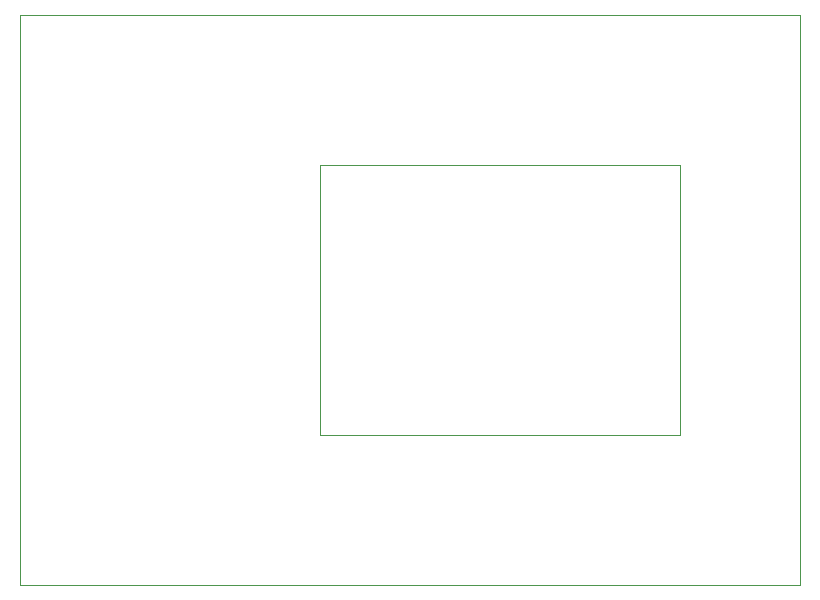
<source format=gm1>
%TF.GenerationSoftware,KiCad,Pcbnew,7.0.6*%
%TF.CreationDate,2023-08-02T14:21:59+01:00*%
%TF.ProjectId,Outline,4f75746c-696e-4652-9e6b-696361645f70,rev?*%
%TF.SameCoordinates,Original*%
%TF.FileFunction,Profile,NP*%
%FSLAX46Y46*%
G04 Gerber Fmt 4.6, Leading zero omitted, Abs format (unit mm)*
G04 Created by KiCad (PCBNEW 7.0.6) date 2023-08-02 14:21:59*
%MOMM*%
%LPD*%
G01*
G04 APERTURE LIST*
%TA.AperFunction,Profile*%
%ADD10C,0.100000*%
%TD*%
G04 APERTURE END LIST*
D10*
X14605000Y-13970000D02*
X80645000Y-13970000D01*
X80645000Y-62230000D01*
X14605000Y-62230000D01*
X14605000Y-13970000D01*
X40005000Y-26670000D02*
X70485000Y-26670000D01*
X70485000Y-49530000D01*
X40005000Y-49530000D01*
X40005000Y-26670000D01*
M02*

</source>
